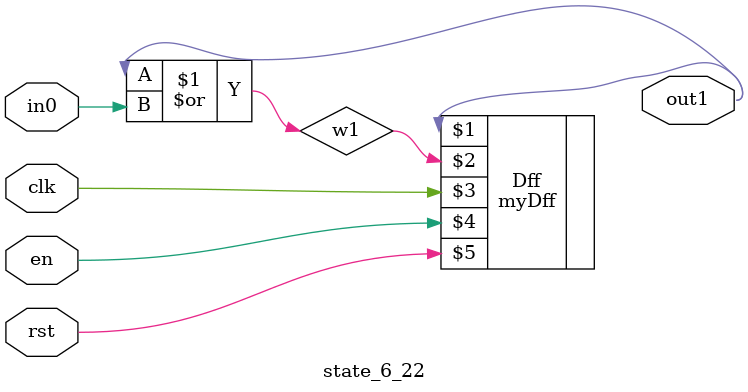
<source format=v>
module engine_6(out,clk,sod,en, in_6_0, in_6_1, in_6_3, in_6_4, in_6_7, in_6_10, in_6_15, in_6_16, in_6_18, in_6_20, in_6_21, in_6_22, in_6_23, in_6_26, in_6_28, in_6_32, in_6_33);
//pcre: /\x2F°g°u°m°b°l°a°r°\x2E°c°n°\x2F°r°s°s°\x2F°\x3F°i°d°\x3D°\d+/smi
//block char: a[0], d[1], n[3], c[4], s[7], r[10], l[15], m[16], i[18], u[20], b[21], g[22], \x2E[23], \x2F[26], \x3F[28], \x3D[32], \d[33], 

	input clk,sod,en;

	input in_6_0, in_6_1, in_6_3, in_6_4, in_6_7, in_6_10, in_6_15, in_6_16, in_6_18, in_6_20, in_6_21, in_6_22, in_6_23, in_6_26, in_6_28, in_6_32, in_6_33;
	output out;


	state_6_0 St_0 (y1,1'b0,clk,en,sod);
	assign w0 = ~y1;
	state_6_1 BS_6_1 (w1,in_6_26,clk,en,sod,w0);
	state_6_2 BS_6_2 (w2,in_6_22,clk,en,sod,w1);
	state_6_3 BS_6_3 (w3,in_6_20,clk,en,sod,w2);
	state_6_4 BS_6_4 (w4,in_6_16,clk,en,sod,w3);
	state_6_5 BS_6_5 (w5,in_6_21,clk,en,sod,w4);
	state_6_6 BS_6_6 (w6,in_6_15,clk,en,sod,w5);
	state_6_7 BS_6_7 (w7,in_6_0,clk,en,sod,w6);
	state_6_8 BS_6_8 (w8,in_6_10,clk,en,sod,w7);
	state_6_9 BS_6_9 (w9,in_6_23,clk,en,sod,w8);
	state_6_10 BS_6_10 (w10,in_6_4,clk,en,sod,w9);
	state_6_11 BS_6_11 (w11,in_6_3,clk,en,sod,w10);
	state_6_12 BS_6_12 (w12,in_6_26,clk,en,sod,w11);
	state_6_13 BS_6_13 (w13,in_6_10,clk,en,sod,w12);
	state_6_14 BS_6_14 (w14,in_6_7,clk,en,sod,w13);
	state_6_15 BS_6_15 (w15,in_6_7,clk,en,sod,w14);
	state_6_16 BS_6_16 (w16,in_6_26,clk,en,sod,w15);
	state_6_17 BS_6_17 (w17,in_6_28,clk,en,sod,w16);
	state_6_18 BS_6_18 (w18,in_6_18,clk,en,sod,w17);
	state_6_19 BS_6_19 (w19,in_6_1,clk,en,sod,w18);
	state_6_20 BS_6_20 (w20,in_6_32,clk,en,sod,w19);
	state_6_21 BS_6_21 (w21,in_6_33,clk,en,sod,w21,w20);
	state_6_22 BS_6_22 (out,clk,en,sod,w21);
endmodule

module state_6_0(out1,in1,clk,en,rst);
	input in1,clk,rst,en;
	output out1;
	myDff Dff (out1,in1,clk,en,rst);
endmodule

module state_6_1(out1,in_char,clk,en,rst,in0);
	input in_char,clk,en,rst,in0;
	output out1;
	wire w1,w2;
	assign w1 = in0; 
	and(w2,in_char,w1);
	myDff Dff (out1,w2,clk,en,rst);
endmodule

module state_6_2(out1,in_char,clk,en,rst,in0);
	input in_char,clk,en,rst,in0;
	output out1;
	wire w1,w2;
	assign w1 = in0; 
	and(w2,in_char,w1);
	myDff Dff (out1,w2,clk,en,rst);
endmodule

module state_6_3(out1,in_char,clk,en,rst,in0);
	input in_char,clk,en,rst,in0;
	output out1;
	wire w1,w2;
	assign w1 = in0; 
	and(w2,in_char,w1);
	myDff Dff (out1,w2,clk,en,rst);
endmodule

module state_6_4(out1,in_char,clk,en,rst,in0);
	input in_char,clk,en,rst,in0;
	output out1;
	wire w1,w2;
	assign w1 = in0; 
	and(w2,in_char,w1);
	myDff Dff (out1,w2,clk,en,rst);
endmodule

module state_6_5(out1,in_char,clk,en,rst,in0);
	input in_char,clk,en,rst,in0;
	output out1;
	wire w1,w2;
	assign w1 = in0; 
	and(w2,in_char,w1);
	myDff Dff (out1,w2,clk,en,rst);
endmodule

module state_6_6(out1,in_char,clk,en,rst,in0);
	input in_char,clk,en,rst,in0;
	output out1;
	wire w1,w2;
	assign w1 = in0; 
	and(w2,in_char,w1);
	myDff Dff (out1,w2,clk,en,rst);
endmodule

module state_6_7(out1,in_char,clk,en,rst,in0);
	input in_char,clk,en,rst,in0;
	output out1;
	wire w1,w2;
	assign w1 = in0; 
	and(w2,in_char,w1);
	myDff Dff (out1,w2,clk,en,rst);
endmodule

module state_6_8(out1,in_char,clk,en,rst,in0);
	input in_char,clk,en,rst,in0;
	output out1;
	wire w1,w2;
	assign w1 = in0; 
	and(w2,in_char,w1);
	myDff Dff (out1,w2,clk,en,rst);
endmodule

module state_6_9(out1,in_char,clk,en,rst,in0);
	input in_char,clk,en,rst,in0;
	output out1;
	wire w1,w2;
	assign w1 = in0; 
	and(w2,in_char,w1);
	myDff Dff (out1,w2,clk,en,rst);
endmodule

module state_6_10(out1,in_char,clk,en,rst,in0);
	input in_char,clk,en,rst,in0;
	output out1;
	wire w1,w2;
	assign w1 = in0; 
	and(w2,in_char,w1);
	myDff Dff (out1,w2,clk,en,rst);
endmodule

module state_6_11(out1,in_char,clk,en,rst,in0);
	input in_char,clk,en,rst,in0;
	output out1;
	wire w1,w2;
	assign w1 = in0; 
	and(w2,in_char,w1);
	myDff Dff (out1,w2,clk,en,rst);
endmodule

module state_6_12(out1,in_char,clk,en,rst,in0);
	input in_char,clk,en,rst,in0;
	output out1;
	wire w1,w2;
	assign w1 = in0; 
	and(w2,in_char,w1);
	myDff Dff (out1,w2,clk,en,rst);
endmodule

module state_6_13(out1,in_char,clk,en,rst,in0);
	input in_char,clk,en,rst,in0;
	output out1;
	wire w1,w2;
	assign w1 = in0; 
	and(w2,in_char,w1);
	myDff Dff (out1,w2,clk,en,rst);
endmodule

module state_6_14(out1,in_char,clk,en,rst,in0);
	input in_char,clk,en,rst,in0;
	output out1;
	wire w1,w2;
	assign w1 = in0; 
	and(w2,in_char,w1);
	myDff Dff (out1,w2,clk,en,rst);
endmodule

module state_6_15(out1,in_char,clk,en,rst,in0);
	input in_char,clk,en,rst,in0;
	output out1;
	wire w1,w2;
	assign w1 = in0; 
	and(w2,in_char,w1);
	myDff Dff (out1,w2,clk,en,rst);
endmodule

module state_6_16(out1,in_char,clk,en,rst,in0);
	input in_char,clk,en,rst,in0;
	output out1;
	wire w1,w2;
	assign w1 = in0; 
	and(w2,in_char,w1);
	myDff Dff (out1,w2,clk,en,rst);
endmodule

module state_6_17(out1,in_char,clk,en,rst,in0);
	input in_char,clk,en,rst,in0;
	output out1;
	wire w1,w2;
	assign w1 = in0; 
	and(w2,in_char,w1);
	myDff Dff (out1,w2,clk,en,rst);
endmodule

module state_6_18(out1,in_char,clk,en,rst,in0);
	input in_char,clk,en,rst,in0;
	output out1;
	wire w1,w2;
	assign w1 = in0; 
	and(w2,in_char,w1);
	myDff Dff (out1,w2,clk,en,rst);
endmodule

module state_6_19(out1,in_char,clk,en,rst,in0);
	input in_char,clk,en,rst,in0;
	output out1;
	wire w1,w2;
	assign w1 = in0; 
	and(w2,in_char,w1);
	myDff Dff (out1,w2,clk,en,rst);
endmodule

module state_6_20(out1,in_char,clk,en,rst,in0);
	input in_char,clk,en,rst,in0;
	output out1;
	wire w1,w2;
	assign w1 = in0; 
	and(w2,in_char,w1);
	myDff Dff (out1,w2,clk,en,rst);
endmodule

module state_6_21(out1,in_char,clk,en,rst,in0,in1);
	input in_char,clk,en,rst,in0,in1;
	output out1;
	wire w1,w2;
	or(w1,in0,in1);
	and(w2,in_char,w1);
	myDff Dff (out1,w2,clk,en,rst);
endmodule

module state_6_22(out1,clk,en,rst,in0);
	input clk,rst,en,in0;
	output out1;
	wire w1;
	or(w1,out1,in0);
	myDff Dff (out1,w1,clk,en,rst);
endmodule


</source>
